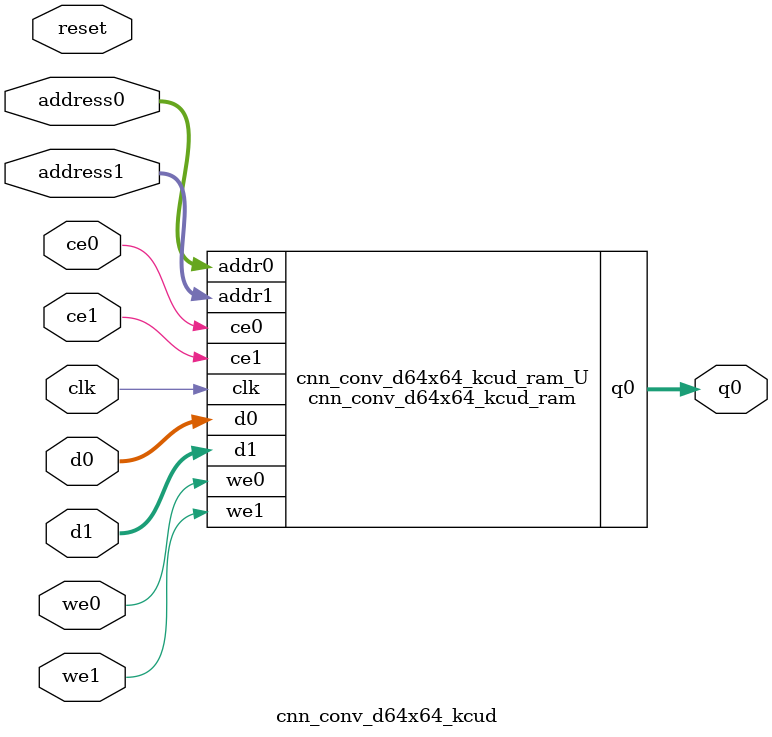
<source format=v>

`timescale 1 ns / 1 ps
module cnn_conv_d64x64_kcud_ram (addr0, ce0, d0, we0, q0, addr1, ce1, d1, we1,  clk);

parameter DWIDTH = 32;
parameter AWIDTH = 6;
parameter MEM_SIZE = 64;

input[AWIDTH-1:0] addr0;
input ce0;
input[DWIDTH-1:0] d0;
input we0;
output reg[DWIDTH-1:0] q0;
input[AWIDTH-1:0] addr1;
input ce1;
input[DWIDTH-1:0] d1;
input we1;
input clk;

(* ram_style = "block" *)reg [DWIDTH-1:0] ram[0:MEM_SIZE-1];




always @(posedge clk)  
begin 
    if (ce0) 
    begin
        if (we0) 
        begin 
            ram[addr0] <= d0; 
            q0 <= d0;
        end 
        else 
            q0 <= ram[addr0];
    end
end


always @(posedge clk)  
begin 
    if (ce1) 
    begin
        if (we1) 
        begin 
            ram[addr1] <= d1; 
        end 
    end
end


endmodule


`timescale 1 ns / 1 ps
module cnn_conv_d64x64_kcud(
    reset,
    clk,
    address0,
    ce0,
    we0,
    d0,
    q0,
    address1,
    ce1,
    we1,
    d1);

parameter DataWidth = 32'd32;
parameter AddressRange = 32'd64;
parameter AddressWidth = 32'd6;
input reset;
input clk;
input[AddressWidth - 1:0] address0;
input ce0;
input we0;
input[DataWidth - 1:0] d0;
output[DataWidth - 1:0] q0;
input[AddressWidth - 1:0] address1;
input ce1;
input we1;
input[DataWidth - 1:0] d1;



cnn_conv_d64x64_kcud_ram cnn_conv_d64x64_kcud_ram_U(
    .clk( clk ),
    .addr0( address0 ),
    .ce0( ce0 ),
    .d0( d0 ),
    .we0( we0 ),
    .q0( q0 ),
    .addr1( address1 ),
    .ce1( ce1 ),
    .d1( d1 ),
    .we1( we1 ));

endmodule


</source>
